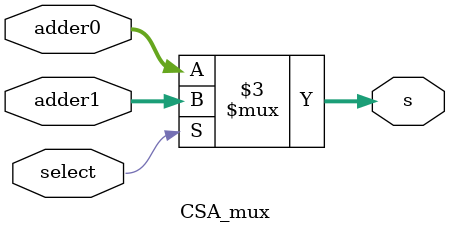
<source format=sv>
module CSA_mux
(
input logic [4:0] adder0, adder1,
input logic select,
output logic [4:0] s
);

	always_comb
		begin
			if (select) begin
				s = adder1;
			end else begin
				s = adder0;
			end
		end

endmodule

</source>
